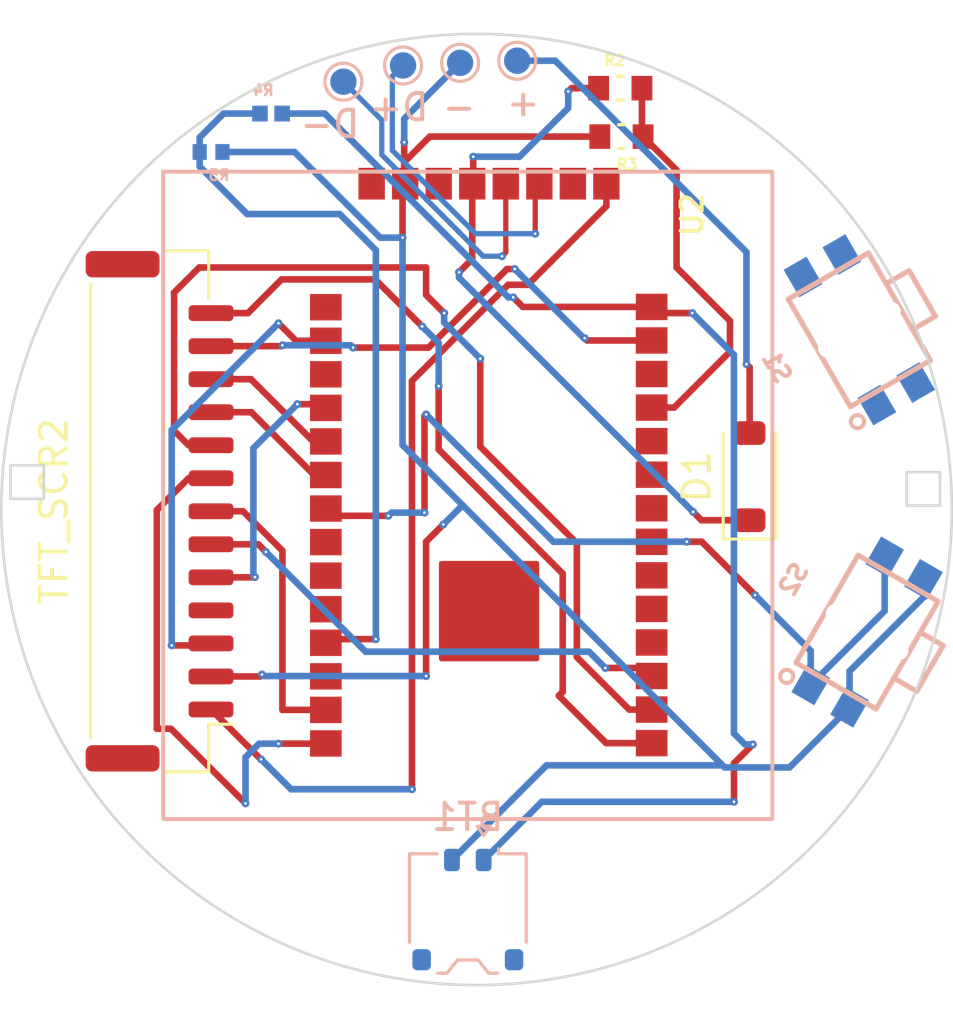
<source format=kicad_pcb>
(kicad_pcb (version 20221018) (generator pcbnew)
  (layers (0 "F.Cu" signal) (31 "B.Cu" signal) (34 "B.Paste" user) (35 "F.Paste" user) (36 "B.SilkS" user "B.Silkscreen") (37 "F.SilkS" user "F.Silkscreen") (38 "B.Mask" user) (39 "F.Mask" user) (44 "Edge.Cuts" user))
  (net 0 "")
  (net 1 "GND")
  (net 2 "VBAT")
  (net 3 "Net-(D1-A)")
  (net 4 "RESET")
  (net 5 "+5V")
  (net 6 "D+")
  (net 7 "D-")
  (net 8 "+3V3")
  (net 9 "IO0")
  (net 10 "IO5")
  (net 11 "IO21")
  (net 12 "IO9")
  (net 13 "IO8")
  (net 14 "IO6")
  (net 15 "IO4")
  (net 16 "IO3")
  (net 17 "IO17")
  (net 31 "IO1")
  (net 33 "IO7")
  (net 34 "IO34")
  (net 35 "IO35")
  (net 36 "IO37")
  (net 37 "STAT")
  (footprint "RT0603BRD0750KL:RESC1608X55N" (layer "F.Cu") (at 137.72071 78.033949)
    (fp_text reference "R2" (at -0.21 -1.05) (layer "F.SilkS") (effects (font (size 0.393701 0.393701))))
    (fp_text value "50k")
    (fp_line (start -0.11 -0.45) (end 0.11 -0.45) (stroke (width 0.127)) (layer "F.SilkS"))
    (fp_line (start -0.11 0.45) (end 0.11 0.45) (stroke (width 0.127)) (layer "F.SilkS"))
    (pad "1" smd rect (at -0.82 0) (size 0.79 0.93) (layers "F.Cu" "F.Paste" "F.Mask") (net 5 "+5V"))
    (pad "2" smd rect (at 0.82 0) (size 0.79 0.93) (layers "F.Cu" "F.Paste" "F.Mask") (net 17 "IO17"))
  )
  (footprint "Connector_JST:JST_GH_BM13B-GHS-TBT_1x13-1MP_P1.25mm_Vertical" (layer "F.Cu") (at 120.270859 94.047977 90)
    (fp_text reference "TFT_SCR2" (at 0 -4 90) (layer "F.SilkS"))
    (fp_text value "GH_CONNECTOR")
    (fp_line (start -9.86 0.26) (end -9.86 1.86) (stroke (width 0.12)) (layer "F.SilkS"))
    (fp_line (start -9.86 1.86) (end -8.06 1.86) (stroke (width 0.12)) (layer "F.SilkS"))
    (fp_line (start -8.59 -2.61) (end 8.59 -2.61) (stroke (width 0.12)) (layer "F.SilkS"))
    (fp_line (start -8.06 1.86) (end -8.06 2.8) (stroke (width 0.12)) (layer "F.SilkS"))
    (fp_line (start 9.86 0.26) (end 9.86 1.86) (stroke (width 0.12)) (layer "F.SilkS"))
    (fp_line (start 9.86 1.86) (end 8.06 1.86) (stroke (width 0.12)) (layer "F.SilkS"))
    (pad "1" smd roundrect (at -7.5 1.95 90) (size 0.6 1.7) (layers "F.Cu" "F.Paste" "F.Mask") (net 8 "+3V3"))
    (pad "2" smd roundrect (at -6.25 1.95 90) (size 0.6 1.7) (layers "F.Cu" "F.Paste" "F.Mask") (net 1 "GND"))
    (pad "3" smd roundrect (at -5 1.95 90) (size 0.6 1.7) (layers "F.Cu" "F.Paste" "F.Mask") (net 36 "IO37"))
    (pad "4" smd roundrect (at -3.75 1.95 90) (size 0.6 1.7) (layers "F.Cu" "F.Paste" "F.Mask") (net 35 "IO35"))
    (pad "5" smd roundrect (at -2.5 1.95 90) (size 0.6 1.7) (layers "F.Cu" "F.Paste" "F.Mask") (net 34 "IO34"))
    (pad "6" smd roundrect (at -1.25 1.95 90) (size 0.6 1.7) (layers "F.Cu" "F.Paste" "F.Mask") (net 33 "IO7"))
    (pad "7" smd roundrect (at 0 1.95 90) (size 0.6 1.7) (layers "F.Cu" "F.Paste" "F.Mask") (net 16 "IO3"))
    (pad "8" smd roundrect (at 1.25 1.95 90) (size 0.6 1.7) (layers "F.Cu" "F.Paste" "F.Mask") (net 15 "IO4"))
    (pad "9" smd roundrect (at 2.5 1.95 90) (size 0.6 1.7) (layers "F.Cu" "F.Paste" "F.Mask") (net 14 "IO6"))
    (pad "10" smd roundrect (at 3.75 1.95 90) (size 0.6 1.7) (layers "F.Cu" "F.Paste" "F.Mask") (net 13 "IO8"))
    (pad "11" smd roundrect (at 5 1.95 90) (size 0.6 1.7) (layers "F.Cu" "F.Paste" "F.Mask") (net 12 "IO9"))
    (pad "12" smd roundrect (at 6.25 1.95 90) (size 0.6 1.7) (layers "F.Cu" "F.Paste" "F.Mask") (net 11 "IO21"))
    (pad "13" smd roundrect (at 7.5 1.95 90) (size 0.6 1.7) (layers "F.Cu" "F.Paste" "F.Mask") (net 10 "IO5"))
    (pad "MP" smd roundrect (at -9.35 -1.4 90) (size 1 2.8) (layers "F.Cu" "F.Paste" "F.Mask"))
    (pad "MP" smd roundrect (at 9.35 -1.4 90) (size 1 2.8) (layers "F.Cu" "F.Paste" "F.Mask"))
  )
  (footprint "RT0603BRD0750KL:RESC1608X55N" (layer "F.Cu") (at 137.764366 79.867494 180)
    (fp_text reference "R3" (at -0.21 -1.05) (layer "F.SilkS") (effects (font (size 0.393701 0.393701))))
    (fp_text value "50k")
    (fp_line (start -0.11 -0.45) (end 0.11 -0.45) (stroke (width 0.127)) (layer "F.SilkS"))
    (fp_line (start -0.11 0.45) (end 0.11 0.45) (stroke (width 0.127)) (layer "F.SilkS"))
    (pad "1" smd rect (at -0.82 0 180) (size 0.79 0.93) (layers "F.Cu" "F.Paste" "F.Mask") (net 17 "IO17"))
    (pad "2" smd rect (at 0.82 0 180) (size 0.79 0.93) (layers "F.Cu" "F.Paste" "F.Mask") (net 1 "GND"))
  )
  (footprint "NanoS3:NanoS3" (layer "F.Cu") (at 126.468877 81.548729 -90)
    (fp_text reference "U2" (at 1.27 -13.97 90) (layer "F.SilkS") (effects (font (size 0.8 0.8) (thickness 0.153))))
    (fp_text value "NanoS3")
    (pad "1" smd rect (at 0.1 -1.835 270) (size 1.2 1) (layers "F.Cu" "F.Paste" "F.Mask") (net 37 "STAT"))
    (pad "2" smd rect (at 0.1 -3.105 270) (size 1.2 1) (layers "F.Cu" "F.Paste" "F.Mask") (net 1 "GND"))
    (pad "3" smd rect (at 0.1 -4.375 270) (size 1.2 1) (layers "F.Cu" "F.Paste" "F.Mask") (net 4 "RESET"))
    (pad "4" smd rect (at 0.1 -5.645 270) (size 1.2 1) (layers "F.Cu" "F.Paste" "F.Mask") (net 5 "+5V"))
    (pad "5" smd rect (at 0.1 -6.915 270) (size 1.2 1) (layers "F.Cu" "F.Paste" "F.Mask") (net 7 "D-"))
    (pad "6" smd rect (at 0.1 -8.185 270) (size 1.2 1) (layers "F.Cu" "F.Paste" "F.Mask") (net 6 "D+"))
    (pad "7" smd rect (at 0.1 -9.455 270) (size 1.2 1) (layers "F.Cu" "F.Paste" "F.Mask"))
    (pad "8" smd rect (at 0.1 -10.725 270) (size 1.2 1) (layers "F.Cu" "F.Paste" "F.Mask") (net 8 "+3V3"))
    (pad "9" smd rect (at 4.7639 -12.44 270) (size 1 1.2) (layers "F.Cu" "F.Paste" "F.Mask") (net 2 "VBAT"))
    (pad "10" smd rect (at 6.0339 -12.44 270) (size 1 1.2) (layers "F.Cu" "F.Paste" "F.Mask") (net 11 "IO21"))
    (pad "11" smd rect (at 7.3039 -12.44 270) (size 1 1.2) (layers "F.Cu" "F.Paste" "F.Mask"))
    (pad "12" smd rect (at 8.5739 -12.44 270) (size 1 1.2) (layers "F.Cu" "F.Paste" "F.Mask") (net 17 "IO17"))
    (pad "13" smd rect (at 9.8439 -12.44 270) (size 1 1.2) (layers "F.Cu" "F.Paste" "F.Mask"))
    (pad "14" smd rect (at 11.1139 -12.44 270) (size 1 1.2) (layers "F.Cu" "F.Paste" "F.Mask"))
    (pad "15" smd rect (at 12.3839 -12.44 270) (size 1 1.2) (layers "F.Cu" "F.Paste" "F.Mask"))
    (pad "16" smd rect (at 13.6539 -12.44 270) (size 1 1.2) (layers "F.Cu" "F.Paste" "F.Mask"))
    (pad "17" smd rect (at 14.9239 -12.44 270) (size 1 1.2) (layers "F.Cu" "F.Paste" "F.Mask"))
    (pad "18" smd rect (at 16.1939 -12.44 270) (size 1 1.2) (layers "F.Cu" "F.Paste" "F.Mask"))
    (pad "19" smd rect (at 17.4639 -12.44 270) (size 1 1.2) (layers "F.Cu" "F.Paste" "F.Mask"))
    (pad "20" smd rect (at 18.7339 -12.44 270) (size 1 1.2) (layers "F.Cu" "F.Paste" "F.Mask") (net 33 "IO7"))
    (pad "21" smd rect (at 20.0039 -12.44 270) (size 1 1.2) (layers "F.Cu" "F.Paste" "F.Mask") (net 14 "IO6"))
    (pad "22" smd rect (at 21.2739 -12.44 270) (size 1 1.2) (layers "F.Cu" "F.Paste" "F.Mask") (net 10 "IO5"))
    (pad "23" smd rect (at 4.7752 -0.1 270) (size 1 1.2) (layers "F.Cu" "F.Paste" "F.Mask") (net 35 "IO35"))
    (pad "24" smd rect (at 6.0452 -0.1 270) (size 1 1.2) (layers "F.Cu" "F.Paste" "F.Mask") (net 36 "IO37"))
    (pad "25" smd rect (at 7.3152 -0.1 270) (size 1 1.2) (layers "F.Cu" "F.Paste" "F.Mask"))
    (pad "26" smd rect (at 8.5852 -0.1 270) (size 1 1.2) (layers "F.Cu" "F.Paste" "F.Mask") (net 34 "IO34"))
    (pad "27" smd rect (at 9.8552 -0.1 270) (size 1 1.2) (layers "F.Cu" "F.Paste" "F.Mask") (net 12 "IO9"))
    (pad "28" smd rect (at 11.1252 -0.1 270) (size 1 1.2) (layers "F.Cu" "F.Paste" "F.Mask") (net 13 "IO8"))
    (pad "29" smd rect (at 12.3952 -0.1 270) (size 1 1.2) (layers "F.Cu" "F.Paste" "F.Mask") (net 9 "IO0"))
    (pad "30" smd rect (at 13.6652 -0.1 270) (size 1 1.2) (layers "F.Cu" "F.Paste" "F.Mask"))
    (pad "31" smd rect (at 14.9352 -0.1 270) (size 1 1.2) (layers "F.Cu" "F.Paste" "F.Mask"))
    (pad "32" smd rect (at 16.2052 -0.1 270) (size 1 1.2) (layers "F.Cu" "F.Paste" "F.Mask"))
    (pad "33" smd rect (at 17.4752 -0.1 270) (size 1 1.2) (layers "F.Cu" "F.Paste" "F.Mask") (net 31 "IO1"))
    (pad "34" smd rect (at 18.7452 -0.1 270) (size 1 1.2) (layers "F.Cu" "F.Paste" "F.Mask"))
    (pad "35" smd rect (at 20.0152 -0.1 270) (size 1 1.2) (layers "F.Cu" "F.Paste" "F.Mask") (net 16 "IO3"))
    (pad "36" smd rect (at 21.2852 -0.1 270) (size 1 1.2) (layers "F.Cu" "F.Paste" "F.Mask") (net 15 "IO4"))
    (pad "EXP" smd roundrect (at 16.277409 -6.282682 90) (size 3.8 3.8) (layers "F.Cu" "F.Mask") (roundrect_rratio 0.025))
  )
  (footprint "Diode_SMD:D_SOD-123" (layer "F.Cu") (at 142.619621 92.737038 90)
    (fp_text reference "D1" (at 0 -2 90) (layer "F.SilkS"))
    (fp_text value "MBR0530-TP")
    (fp_line (start -2.36 -1) (end -2.36 1) (stroke (width 0.12)) (layer "F.SilkS"))
    (fp_line (start -2.36 -1) (end 1.65 -1) (stroke (width 0.12)) (layer "F.SilkS"))
    (fp_line (start -2.36 1) (end 1.65 1) (stroke (width 0.12)) (layer "F.SilkS"))
    (pad "1" smd roundrect (at -1.65 0 90) (size 0.9 1.2) (layers "F.Cu" "F.Paste" "F.Mask") (net 5 "+5V"))
    (pad "2" smd roundrect (at 1.65 0 90) (size 0.9 1.2) (layers "F.Cu" "F.Paste" "F.Mask") (net 3 "Net-(D1-A)"))
  )
  (footprint "TestPoint:TestPoint_Pad_D1.0mm" (layer "B.Cu") (at 129.493571 77.173994 180)
    (fp_text reference "D+" (at 0.158601 -1.586009) (layer "B.SilkS") (effects (justify mirror)))
    (fp_text value "TestPoint" hide)
    (fp_circle (center 0 0) (end 0 -0.7) (stroke (width 0.12)) (fill none) (layer "B.SilkS"))
    (pad "1" smd circle (at 0 0 180) (size 1 1) (layers "B.Cu" "B.Mask") (net 6 "D+"))
  )
  (footprint "RC0402FR-07160KL:RESC1005X40N" (layer "B.Cu") (at 122.222362 80.449571)
    (fp_text reference "R5" (at 0.3 0.88) (layer "B.SilkS") (effects (font (size 0.393701 0.393701)) (justify mirror)))
    (fp_text value "160k")
    (pad "1" smd rect (at -0.432 0) (size 0.54 0.6) (layers "B.Cu" "B.Paste" "B.Mask") (net 31 "IO1"))
    (pad "2" smd rect (at 0.432 0) (size 0.54 0.6) (layers "B.Cu" "B.Paste" "B.Mask") (net 1 "GND"))
  )
  (footprint "TL1014BF160QG:TL1014BF160QG" (layer "B.Cu") (at 147.270276 87.036242 -60)
    (fp_text reference "S1" (at -0.468 3.9064 120) (layer "B.SilkS") (effects (font (size 0.64 0.64)) (justify mirror)))
    (fp_text value "TL1014BF160QG")
    (fp_line (start -2.475 -1.25) (end -2.475 2.25) (stroke (width 0.2)) (layer "B.SilkS"))
    (fp_line (start -2.475 2.25) (end 2.225 2.25) (stroke (width 0.2)) (layer "B.SilkS"))
    (fp_line (start -1.125 -2.25) (end 0.875 -2.25) (stroke (width 0.2)) (layer "B.SilkS"))
    (fp_line (start -1.125 -1.25) (end -1.125 -2.25) (stroke (width 0.2)) (layer "B.SilkS"))
    (fp_line (start 0.875 -2.25) (end 0.875 -1.25) (stroke (width 0.2)) (layer "B.SilkS"))
    (fp_line (start 2.225 -1.25) (end -2.475 -1.25) (stroke (width 0.2)) (layer "B.SilkS"))
    (fp_line (start 2.225 2.25) (end 2.225 -1.25) (stroke (width 0.2)) (layer "B.SilkS"))
    (fp_circle (center 2.85 2.3) (end 3.1 2.3) (stroke (width 0.1524)) (fill none) (layer "B.SilkS"))
    (pad "" np_thru_hole circle (at -0.125 -0.875 300) (size 0.75 0.75) (drill 0.75) (layers "*.Cu" "*.Mask"))
    (pad "" np_thru_hole circle (at -0.125 1.875 300) (size 0.75 0.75) (drill 0.75) (layers "*.Cu" "*.Mask"))
    (pad "1" smd rect (at 2.675 1.35 300) (size 1.2 1) (layers "B.Cu" "B.Paste" "B.Mask") (net 1 "GND"))
    (pad "2" smd rect (at 2.675 -0.35 300) (size 1.2 1) (layers "B.Cu" "B.Paste" "B.Mask") (net 4 "RESET"))
    (pad "3" smd rect (at -2.925 1.35 300) (size 1.2 1) (layers "B.Cu" "B.Paste" "B.Mask") (net 1 "GND"))
    (pad "4" smd rect (at -2.925 -0.35 300) (size 1.2 1) (layers "B.Cu" "B.Paste" "B.Mask") (net 4 "RESET"))
  )
  (footprint "Connector_JST:JST_ACH_BM02B-ACHSS-GAN-ETF_1x02-1MP_P1.20mm_Vertical" (layer "B.Cu") (at 131.946496 109.119494 180)
    (fp_text reference "BT1" (at 0 3.5) (layer "B.SilkS") (effects (justify mirror)))
    (fp_text value "Battery")
    (fp_line (start -2.21 -1.24) (end -2.21 2.11) (stroke (width 0.12)) (layer "B.SilkS"))
    (fp_line (start -2.21 2.11) (end -1.16 2.11) (stroke (width 0.12)) (layer "B.SilkS"))
    (fp_line (start -1.16 2.11) (end -1.16 2.3) (stroke (width 0.12)) (layer "B.SilkS"))
    (fp_line (start -1.14 -2.41) (end -0.79 -2.41) (stroke (width 0.12)) (layer "B.SilkS"))
    (fp_line (start -0.85 3.153553) (end -0.6 2.8) (stroke (width 0.12)) (layer "B.SilkS"))
    (fp_line (start -0.79 -2.41) (end -0.39 -1.91) (stroke (width 0.12)) (layer "B.SilkS"))
    (fp_line (start -0.6 2.8) (end -0.35 3.153553) (stroke (width 0.12)) (layer "B.SilkS"))
    (fp_line (start -0.39 -1.91) (end 0.39 -1.91) (stroke (width 0.12)) (layer "B.SilkS"))
    (fp_line (start -0.35 3.153553) (end -0.85 3.153553) (stroke (width 0.12)) (layer "B.SilkS"))
    (fp_line (start 0.39 -1.91) (end 0.79 -2.41) (stroke (width 0.12)) (layer "B.SilkS"))
    (fp_line (start 0.79 -2.41) (end 1.14 -2.41) (stroke (width 0.12)) (layer "B.SilkS"))
    (fp_line (start 2.21 -1.24) (end 2.21 2.11) (stroke (width 0.12)) (layer "B.SilkS"))
    (fp_line (start 2.21 2.11) (end 1.16 2.11) (stroke (width 0.12)) (layer "B.SilkS"))
    (pad "1" smd roundrect (at -0.6 1.875 180) (size 0.6 0.85) (layers "B.Cu" "B.Paste" "B.Mask") (net 2 "VBAT"))
    (pad "2" smd roundrect (at 0.6 1.875 180) (size 0.6 0.85) (layers "B.Cu" "B.Paste" "B.Mask") (net 1 "GND"))
    (pad "MP" smd roundrect (at -1.75 -1.9 180) (size 0.7 0.8) (layers "B.Cu" "B.Paste" "B.Mask"))
    (pad "MP" smd roundrect (at 1.75 -1.9 180) (size 0.7 0.8) (layers "B.Cu" "B.Paste" "B.Mask"))
  )
  (footprint "TestPoint:TestPoint_Pad_D1.0mm" (layer "B.Cu") (at 131.654509 77.074868 180)
    (fp_text reference "-" (at 0.03965 -1.66531) (layer "B.SilkS") (effects (justify mirror)))
    (fp_text value "TestPoint" hide)
    (fp_circle (center 0 0) (end 0 -0.7) (stroke (width 0.12)) (fill none) (layer "B.SilkS"))
    (pad "1" smd circle (at 0 0 180) (size 1 1) (layers "B.Cu" "B.Mask") (net 1 "GND"))
  )
  (footprint "RMCF0402FT442K:RESC1005X35N" (layer "B.Cu") (at 124.493584 78.994377 180)
    (fp_text reference "R4" (at 0.29 0.88) (layer "B.SilkS") (effects (font (size 0.393701 0.393701)) (justify mirror)))
    (fp_text value "442k")
    (pad "1" smd rect (at -0.42 0 180) (size 0.59 0.6) (layers "B.Cu" "B.Paste" "B.Mask") (net 2 "VBAT"))
    (pad "2" smd rect (at 0.42 0 180) (size 0.59 0.6) (layers "B.Cu" "B.Paste" "B.Mask") (net 31 "IO1"))
  )
  (footprint "TestPoint:TestPoint_Pad_D1.0mm" (layer "B.Cu") (at 133.815447 76.995568 180)
    (fp_text reference "+" (at -0.227989 -1.58601) (layer "B.SilkS") (effects (justify mirror)))
    (fp_text value "TestPoint" hide)
    (fp_circle (center 0 0) (end 0 -0.7) (stroke (width 0.12)) (fill none) (layer "B.SilkS"))
    (pad "1" smd circle (at 0 0 180) (size 1 1) (layers "B.Cu" "B.Mask") (net 3 "Net-(D1-A)"))
  )
  (footprint "TestPoint:TestPoint_Pad_D1.0mm" (layer "B.Cu") (at 127.233508 77.788573 180)
    (fp_text reference "D-" (at 0.515453 -1.605834) (layer "B.SilkS") (effects (justify mirror)))
    (fp_text value "TestPoint" hide)
    (fp_circle (center 0 0) (end 0 -0.7) (stroke (width 0.12)) (fill none) (layer "B.SilkS"))
    (pad "1" smd circle (at 0 0 180) (size 1 1) (layers "B.Cu" "B.Mask") (net 7 "D-"))
  )
  (footprint "TL1014BF160QG:TL1014BF160QG" (layer "B.Cu") (at 147.438812 98.978012 -120)
    (fp_text reference "S2" (at -0.468 3.9064 60) (layer "B.SilkS") (effects (font (size 0.64 0.64)) (justify mirror)))
    (fp_text value "TL1014BF160QG")
    (fp_line (start -2.475 -1.25) (end -2.475 2.25) (stroke (width 0.2)) (layer "B.SilkS"))
    (fp_line (start -2.475 2.25) (end 2.225 2.25) (stroke (width 0.2)) (layer "B.SilkS"))
    (fp_line (start -1.125 -2.25) (end 0.875 -2.25) (stroke (width 0.2)) (layer "B.SilkS"))
    (fp_line (start -1.125 -1.25) (end -1.125 -2.25) (stroke (width 0.2)) (layer "B.SilkS"))
    (fp_line (start 0.875 -2.25) (end 0.875 -1.25) (stroke (width 0.2)) (layer "B.SilkS"))
    (fp_line (start 2.225 -1.25) (end -2.475 -1.25) (stroke (width 0.2)) (layer "B.SilkS"))
    (fp_line (start 2.225 2.25) (end 2.225 -1.25) (stroke (width 0.2)) (layer "B.SilkS"))
    (fp_circle (center 2.85 2.3) (end 3.1 2.3) (stroke (width 0.1524)) (fill none) (layer "B.SilkS"))
    (pad "" np_thru_hole circle (at -0.125 -0.875 240) (size 0.75 0.75) (drill 0.75) (layers "*.Cu" "*.Mask"))
    (pad "" np_thru_hole circle (at -0.125 1.875 240) (size 0.75 0.75) (drill 0.75) (layers "*.Cu" "*.Mask"))
    (pad "1" smd rect (at 2.675 1.35 240) (size 1.2 1) (layers "B.Cu" "B.Paste" "B.Mask") (net 9 "IO0"))
    (pad "2" smd rect (at 2.675 -0.35 240) (size 1.2 1) (layers "B.Cu" "B.Paste" "B.Mask") (net 1 "GND"))
    (pad "3" smd rect (at -2.925 1.35 240) (size 1.2 1) (layers "B.Cu" "B.Paste" "B.Mask") (net 9 "IO0"))
    (pad "4" smd rect (at -2.925 -0.35 240) (size 1.2 1) (layers "B.Cu" "B.Paste" "B.Mask") (net 1 "GND"))
  )
  (gr_rect (start 120.409122 81.194528) (end 143.480191 105.694528) (stroke (width 0.15)) (fill none) (layer "B.SilkS"))
  (gr_rect (start 114.623467 92.309011) (end 115.888074 93.573618) (stroke (width 0.1)) (fill none) (layer "Edge.Cuts"))
  (gr_rect (start 148.566272 92.565598) (end 149.830879 93.830205) (stroke (width 0.1)) (fill none) (layer "Edge.Cuts"))
  (gr_circle (center 132.27802 93.98) (end 150.27802 93.98) (stroke (width 0.1)) (fill none) (layer "Edge.Cuts"))
  (segment (start 130.365876 95.199051) (end 131.020105 94.544822) (width 0.25) (layer "F.Cu") (net 1))
  (segment (start 130.365876 100.284193) (end 130.365876 95.199051) (width 0.25) (layer "F.Cu") (net 1))
  (segment (start 136.944366 79.867494) (end 130.505112 79.867494) (width 0.25) (layer "F.Cu") (net 1))
  (segment (start 124.077443 100.297977) (end 124.150702 100.224718) (width 0.25) (layer "F.Cu") (net 1))
  (segment (start 130.505112 79.867494) (end 129.573877 80.798729) (width 0.25) (layer "F.Cu") (net 1))
  (segment (start 129.537428 81.61228) (end 129.573877 81.648729) (width 0.25) (layer "F.Cu") (net 1))
  (segment (start 129.473746 81.74886) (end 129.573877 81.648729) (width 0.25) (layer "F.Cu") (net 1))
  (segment (start 129.473746 83.690571) (end 129.473746 81.74886) (width 0.25) (layer "F.Cu") (net 1))
  (segment (start 129.537428 80.081791) (end 129.537428 81.61228) (width 0.25) (layer "F.Cu") (net 1))
  (segment (start 122.220859 100.297977) (end 124.077443 100.297977) (width 0.25) (layer "F.Cu") (net 1))
  (segment (start 129.573877 80.798729) (end 129.573877 81.648729) (width 0.25) (layer "F.Cu") (net 1))
  (via micro (at 129.537428 80.081791) (size 0.3) (drill 0.1) (layers "F.Cu" "B.Cu") (net 1))
  (via micro (at 124.150702 100.224718) (size 0.3) (drill 0.1) (layers "F.Cu" "B.Cu") (net 1))
  (via micro (at 131.020105 94.544822) (size 0.3) (drill 0.1) (layers "F.Cu" "B.Cu") (net 1))
  (via micro (at 130.365876 100.284193) (size 0.3) (drill 0.1) (layers "F.Cu" "B.Cu") (net 1))
  (via micro (at 129.473746 83.690571) (size 0.3) (drill 0.1) (layers "F.Cu" "B.Cu") (net 1))
  (segment (start 122.654362 80.449571) (end 125.382258 80.449571) (width 0.25) (layer "B.Cu") (net 1))
  (segment (start 144.132478 103.741573) (end 141.673233 103.741573) (width 0.25) (layer "B.Cu") (net 1))
  (segment (start 141.593477 103.661817) (end 141.362112 103.430452) (width 0.25) (layer "B.Cu") (net 1))
  (segment (start 134.929173 103.661817) (end 141.593477 103.661817) (width 0.25) (layer "B.Cu") (net 1))
  (segment (start 131.733425 93.831502) (end 131.763163 93.831502) (width 0.25) (layer "B.Cu") (net 1))
  (segment (start 125.382258 80.449571) (end 128.623258 83.690571) (width 0.25) (layer "B.Cu") (net 1))
  (segment (start 129.473746 91.542086) (end 129.473746 83.690571) (width 0.25) (layer "B.Cu") (net 1))
  (segment (start 131.020105 94.544822) (end 131.733425 93.831502) (width 0.25) (layer "B.Cu") (net 1))
  (segment (start 124.150702 100.224718) (end 124.210177 100.284193) (width 0.25) (layer "B.Cu") (net 1))
  (segment (start 131.346496 107.244494) (end 134.929173 103.661817) (width 0.25) (layer "B.Cu") (net 1))
  (segment (start 131.654509 77.074868) (end 129.537428 79.191949) (width 0.25) (layer "B.Cu") (net 1))
  (segment (start 146.404421 101.46963) (end 144.132478 103.741573) (width 0.25) (layer "B.Cu") (net 1))
  (segment (start 124.210177 100.284193) (end 130.365876 100.284193) (width 0.25) (layer "B.Cu") (net 1))
  (segment (start 141.673233 103.741573) (end 141.593477 103.661817) (width 0.25) (layer "B.Cu") (net 1))
  (segment (start 131.763163 93.831502) (end 129.473746 91.542086) (width 0.25) (layer "B.Cu") (net 1))
  (segment (start 129.537428 79.191949) (end 129.537428 80.081791) (width 0.25) (layer "B.Cu") (net 1))
  (segment (start 146.404421 100.101262) (end 146.404421 101.46963) (width 0.25) (layer "B.Cu") (net 1))
  (segment (start 149.204421 97.301262) (end 146.404421 100.101262) (width 0.25) (layer "B.Cu") (net 1))
  (segment (start 141.362112 103.430452) (end 131.763163 93.831502) (width 0.25) (layer "B.Cu") (net 1))
  (segment (start 128.623258 83.690571) (end 129.473746 83.690571) (width 0.25) (layer "B.Cu") (net 1))
  (segment (start 149.204421 96.619888) (end 149.204421 97.301262) (width 0.25) (layer "B.Cu") (net 1))
  (segment (start 134.028753 86.312629) (end 138.908877 86.312629) (width 0.25) (layer "F.Cu") (net 2))
  (segment (start 133.666758 85.950634) (end 134.028753 86.312629) (width 0.25) (layer "F.Cu") (net 2))
  (segment (start 142.027071 105.042221) (end 142.027071 103.585075) (width 0.25) (layer "F.Cu") (net 2))
  (segment (start 142.027071 103.585075) (end 142.740775 102.871371) (width 0.25) (layer "F.Cu") (net 2))
  (segment (start 139.141636 86.545388) (end 138.908877 86.312629) (width 0.25) (layer "F.Cu") (net 2))
  (segment (start 140.446948 86.545388) (end 139.141636 86.545388) (width 0.25) (layer "F.Cu") (net 2))
  (via micro (at 133.666758 85.950634) (size 0.3) (drill 0.1) (layers "F.Cu" "B.Cu") (net 2))
  (via micro (at 142.740775 102.871371) (size 0.3) (drill 0.1) (layers "F.Cu" "B.Cu") (net 2))
  (via micro (at 140.446948 86.545388) (size 0.3) (drill 0.1) (layers "F.Cu" "B.Cu") (net 2))
  (via micro (at 142.027071 105.042221) (size 0.3) (drill 0.1) (layers "F.Cu" "B.Cu") (net 2))
  (segment (start 134.748769 105.042221) (end 142.027071 105.042221) (width 0.25) (layer "B.Cu") (net 2))
  (segment (start 142.023847 102.452957) (end 142.023847 88.122287) (width 0.25) (layer "B.Cu") (net 2))
  (segment (start 124.913584 78.994377) (end 126.525119 78.994377) (width 0.25) (layer "B.Cu") (net 2))
  (segment (start 132.546496 107.244494) (end 134.748769 105.042221) (width 0.25) (layer "B.Cu") (net 2))
  (segment (start 133.481376 85.950634) (end 133.666758 85.950634) (width 0.25) (layer "B.Cu") (net 2))
  (segment (start 126.525119 78.994377) (end 133.481376 85.950634) (width 0.25) (layer "B.Cu") (net 2))
  (segment (start 142.740775 102.871371) (end 142.442261 102.871371) (width 0.25) (layer "B.Cu") (net 2))
  (segment (start 142.442261 102.871371) (end 142.023847 102.452957) (width 0.25) (layer "B.Cu") (net 2))
  (segment (start 142.023847 88.122287) (end 140.446948 86.545388) (width 0.25) (layer "B.Cu") (net 2))
  (segment (start 142.498847 88.478336) (end 142.619621 88.59911) (width 0.25) (layer "F.Cu") (net 3))
  (segment (start 142.619621 88.59911) (end 142.619621 91.087038) (width 0.25) (layer "F.Cu") (net 3))
  (via micro (at 142.498847 88.478336) (size 0.3) (drill 0.1) (layers "F.Cu" "B.Cu") (net 3))
  (segment (start 135.273595 77.012811) (end 135.279341 77.018558) (width 0.25) (layer "B.Cu") (net 3))
  (segment (start 135.279341 77.018558) (end 142.498847 84.238063) (width 0.25) (layer "B.Cu") (net 3))
  (segment (start 133.815447 76.995568) (end 135.256351 76.995568) (width 0.25) (layer "B.Cu") (net 3))
  (segment (start 142.498847 84.238063) (end 142.498847 88.478336) (width 0.25) (layer "B.Cu") (net 3))
  (segment (start 135.256351 76.995568) (end 135.279341 77.018558) (width 0.25) (layer "B.Cu") (net 3))
  (segment (start 136.90071 78.033949) (end 135.873809 78.033949) (width 0.25) (layer "F.Cu") (net 5))
  (segment (start 131.614859 84.999029) (end 132.113877 84.500011) (width 0.25) (layer "F.Cu") (net 5))
  (segment (start 140.794705 94.387038) (end 140.476686 94.069019) (width 0.25) (layer "F.Cu") (net 5))
  (segment (start 132.150137 80.62759) (end 132.150137 81.612469) (width 0.25) (layer "F.Cu") (net 5))
  (segment (start 135.873809 78.033949) (end 135.748395 78.159363) (width 0.25) (layer "F.Cu") (net 5))
  (segment (start 132.113877 84.500011) (end 132.113877 81.648729) (width 0.25) (layer "F.Cu") (net 5))
  (segment (start 142.619621 94.387038) (end 140.794705 94.387038) (width 0.25) (layer "F.Cu") (net 5))
  (segment (start 132.150137 81.612469) (end 132.113877 81.648729) (width 0.25) (layer "F.Cu") (net 5))
  (via micro (at 132.150137 80.62759) (size 0.3) (drill 0.1) (layers "F.Cu" "B.Cu") (net 5))
  (via micro (at 131.614859 84.999029) (size 0.3) (drill 0.1) (layers "F.Cu" "B.Cu") (net 5))
  (via micro (at 140.476686 94.069019) (size 0.3) (drill 0.1) (layers "F.Cu" "B.Cu") (net 5))
  (via micro (at 135.748395 78.159363) (size 0.3) (drill 0.1) (layers "F.Cu" "B.Cu") (net 5))
  (segment (start 140.476686 94.069019) (end 131.614859 85.207192) (width 0.25) (layer "B.Cu") (net 5))
  (segment (start 135.748395 78.159363) (end 135.748395 78.783855) (width 0.25) (layer "B.Cu") (net 5))
  (segment (start 131.614859 85.207192) (end 131.614859 84.999029) (width 0.25) (layer "B.Cu") (net 5))
  (segment (start 135.748395 78.783855) (end 133.934397 80.597853) (width 0.25) (layer "B.Cu") (net 5))
  (segment (start 133.90466 80.62759) (end 132.150137 80.62759) (width 0.25) (layer "B.Cu") (net 5))
  (segment (start 133.934397 80.597853) (end 133.90466 80.62759) (width 0.25) (layer "B.Cu") (net 5))
  (segment (start 134.499413 81.803193) (end 134.653877 81.648729) (width 0.2) (layer "F.Cu") (net 6))
  (segment (start 134.499413 83.541882) (end 134.499413 81.803193) (width 0.2) (layer "F.Cu") (net 6))
  (via micro (at 134.499413 83.541882) (size 0.3) (drill 0.1) (layers "F.Cu" "B.Cu") (net 6))
  (segment (start 129.493571 77.173994) (end 129.087428 77.580137) (width 0.2) (layer "B.Cu") (net 6))
  (segment (start 129.087428 80.38996) (end 132.23935 83.541882) (width 0.2) (layer "B.Cu") (net 6))
  (segment (start 132.23935 83.541882) (end 134.499413 83.541882) (width 0.2) (layer "B.Cu") (net 6))
  (segment (start 129.087428 77.580137) (end 129.087428 80.38996) (width 0.2) (layer "B.Cu") (net 6))
  (segment (start 133.383877 84.251003) (end 133.383877 81.648729) (width 0.2) (layer "F.Cu") (net 7))
  (segment (start 133.240518 84.394362) (end 133.383877 84.251003) (width 0.2) (layer "F.Cu") (net 7))
  (via micro (at 133.240518 84.394362) (size 0.3) (drill 0.1) (layers "F.Cu" "B.Cu") (net 7))
  (segment (start 128.687428 79.242493) (end 128.687428 80.555646) (width 0.2) (layer "B.Cu") (net 7))
  (segment (start 127.233508 77.788573) (end 128.687428 79.242493) (width 0.2) (layer "B.Cu") (net 7))
  (segment (start 132.526144 84.394362) (end 133.240518 84.394362) (width 0.2) (layer "B.Cu") (net 7))
  (segment (start 128.687428 80.555646) (end 132.526144 84.394362) (width 0.2) (layer "B.Cu") (net 7))
  (segment (start 134.216972 85.475634) (end 133.470006 85.475634) (width 0.25) (layer "F.Cu") (net 8))
  (segment (start 137.193877 82.498729) (end 134.216972 85.475634) (width 0.25) (layer "F.Cu") (net 8))
  (segment (start 124.109269 103.436387) (end 122.220859 101.547977) (width 0.25) (layer "F.Cu") (net 8))
  (segment (start 133.470006 85.475634) (end 129.830598 89.115042) (width 0.25) (layer "F.Cu") (net 8))
  (segment (start 124.120965 103.436387) (end 124.109269 103.436387) (width 0.25) (layer "F.Cu") (net 8))
  (segment (start 137.193877 81.648729) (end 137.193877 82.498729) (width 0.25) (layer "F.Cu") (net 8))
  (segment (start 129.830598 89.115042) (end 129.830598 104.566418) (width 0.25) (layer "F.Cu") (net 8))
  (via micro (at 129.830598 104.566418) (size 0.3) (drill 0.1) (layers "F.Cu" "B.Cu") (net 8))
  (via micro (at 124.120965 103.436387) (size 0.3) (drill 0.1) (layers "F.Cu" "B.Cu") (net 8))
  (segment (start 129.830598 104.566418) (end 125.250996 104.566418) (width 0.25) (layer "B.Cu") (net 8))
  (segment (start 125.250996 104.566418) (end 124.120965 103.436387) (width 0.25) (layer "B.Cu") (net 8))
  (segment (start 140.8038 95.199051) (end 140.238784 95.199051) (width 0.25) (layer "F.Cu") (net 9))
  (segment (start 126.842656 94.217708) (end 126.568877 93.943929) (width 0.25) (layer "F.Cu") (net 9))
  (segment (start 128.938468 94.217708) (end 126.842656 94.217708) (width 0.25) (layer "F.Cu") (net 9))
  (segment (start 142.825962 97.221213) (end 140.8038 95.199051) (width 0.25) (layer "F.Cu") (net 9))
  (segment (start 130.305598 90.442629) (end 130.305598 94.098757) (width 0.25) (layer "F.Cu") (net 9))
  (segment (start 130.366679 90.381548) (end 130.305598 90.442629) (width 0.25) (layer "F.Cu") (net 9))
  (via micro (at 130.305598 94.098757) (size 0.3) (drill 0.1) (layers "F.Cu" "B.Cu") (net 9))
  (via micro (at 140.238784 95.199051) (size 0.3) (drill 0.1) (layers "F.Cu" "B.Cu") (net 9))
  (via micro (at 128.938468 94.217708) (size 0.3) (drill 0.1) (layers "F.Cu" "B.Cu") (net 9))
  (via micro (at 142.825962 97.221213) (size 0.3) (drill 0.1) (layers "F.Cu" "B.Cu") (net 9))
  (via micro (at 130.366679 90.381548) (size 0.3) (drill 0.1) (layers "F.Cu" "B.Cu") (net 9))
  (segment (start 144.932178 99.327429) (end 142.825962 97.221213) (width 0.25) (layer "B.Cu") (net 9))
  (segment (start 147.732178 97.81963) (end 144.932178 100.61963) (width 0.25) (layer "B.Cu") (net 9))
  (segment (start 144.932178 100.61963) (end 144.932178 99.327429) (width 0.25) (layer "B.Cu") (net 9))
  (segment (start 129.057419 94.098757) (end 128.938468 94.217708) (width 0.25) (layer "B.Cu") (net 9))
  (segment (start 135.184182 95.199051) (end 130.366679 90.381548) (width 0.25) (layer "B.Cu") (net 9))
  (segment (start 140.238784 95.199051) (end 135.184182 95.199051) (width 0.25) (layer "B.Cu") (net 9))
  (segment (start 147.732178 95.769888) (end 147.732178 97.81963) (width 0.25) (layer "B.Cu") (net 9))
  (segment (start 130.305598 94.098757) (end 129.057419 94.098757) (width 0.25) (layer "B.Cu") (net 9))
  (segment (start 137.186537 102.822629) (end 135.391543 101.027635) (width 0.25) (layer "F.Cu") (net 10))
  (segment (start 135.540232 100.878946) (end 135.391543 101.027635) (width 0.25) (layer "F.Cu") (net 10))
  (segment (start 135.540232 96.408209) (end 135.540232 100.878946) (width 0.25) (layer "F.Cu") (net 10))
  (segment (start 124.894144 85.270602) (end 123.616769 86.547977) (width 0.25) (layer "F.Cu") (net 10))
  (segment (start 128.436862 85.270602) (end 124.894144 85.270602) (width 0.25) (layer "F.Cu") (net 10))
  (segment (start 138.908877 102.822629) (end 137.186537 102.822629) (width 0.25) (layer "F.Cu") (net 10))
  (segment (start 123.616769 86.547977) (end 122.220859 86.547977) (width 0.25) (layer "F.Cu") (net 10))
  (segment (start 130.841679 91.709656) (end 130.841679 89.310991) (width 0.25) (layer "F.Cu") (net 10))
  (segment (start 135.540232 96.408209) (end 130.841679 91.709656) (width 0.25) (layer "F.Cu") (net 10))
  (segment (start 130.217188 87.050928) (end 128.436862 85.270602) (width 0.25) (layer "F.Cu") (net 10))
  (via micro (at 130.217188 87.050928) (size 0.3) (drill 0.1) (layers "F.Cu" "B.Cu") (net 10))
  (via micro (at 130.841679 89.310991) (size 0.3) (drill 0.1) (layers "F.Cu" "B.Cu") (net 10))
  (segment (start 130.841679 87.675419) (end 130.217188 87.050928) (width 0.25) (layer "B.Cu") (net 10))
  (segment (start 130.841679 89.310991) (end 130.841679 87.675419) (width 0.25) (layer "B.Cu") (net 10))
  (segment (start 122.220859 87.797977) (end 124.890537 87.797977) (width 0.25) (layer "F.Cu") (net 11))
  (segment (start 124.890537 87.797977) (end 124.923882 87.764632) (width 0.25) (layer "F.Cu") (net 11))
  (segment (start 133.429166 84.880078) (end 133.726233 84.880078) (width 0.25) (layer "F.Cu") (net 11))
  (segment (start 136.458523 87.582629) (end 138.908877 87.582629) (width 0.25) (layer "F.Cu") (net 11))
  (segment (start 136.372887 87.496993) (end 136.458523 87.582629) (width 0.25) (layer "F.Cu") (net 11))
  (segment (start 130.455399 87.853845) (end 133.429166 84.880078) (width 0.25) (layer "F.Cu") (net 11))
  (segment (start 127.600273 87.853845) (end 130.455399 87.853845) (width 0.25) (layer "F.Cu") (net 11))
  (via micro (at 127.600273 87.853845) (size 0.3) (drill 0.1) (layers "F.Cu" "B.Cu") (net 11))
  (via micro (at 133.726233 84.880078) (size 0.3) (drill 0.1) (layers "F.Cu" "B.Cu") (net 11))
  (via micro (at 124.923882 87.764632) (size 0.3) (drill 0.1) (layers "F.Cu" "B.Cu") (net 11))
  (via micro (at 136.372887 87.496993) (size 0.3) (drill 0.1) (layers "F.Cu" "B.Cu") (net 11))
  (segment (start 133.726233 84.880078) (end 136.343148 87.496993) (width 0.25) (layer "B.Cu") (net 11))
  (segment (start 136.343148 87.496993) (end 136.372887 87.496993) (width 0.25) (layer "B.Cu") (net 11))
  (segment (start 124.923882 87.764632) (end 127.51106 87.764632) (width 0.25) (layer "B.Cu") (net 11))
  (segment (start 127.51106 87.764632) (end 127.600273 87.853845) (width 0.25) (layer "B.Cu") (net 11))
  (segment (start 126.088877 91.403929) (end 126.568877 91.403929) (width 0.25) (layer "F.Cu") (net 12))
  (segment (start 123.732925 89.047977) (end 126.088877 91.403929) (width 0.25) (layer "F.Cu") (net 12))
  (segment (start 122.220859 89.047977) (end 123.732925 89.047977) (width 0.25) (layer "F.Cu") (net 12))
  (segment (start 122.220859 90.297977) (end 123.746767 90.297977) (width 0.25) (layer "F.Cu") (net 13))
  (segment (start 126.122719 92.673929) (end 126.568877 92.673929) (width 0.25) (layer "F.Cu") (net 13))
  (segment (start 123.746767 90.297977) (end 126.122719 92.673929) (width 0.25) (layer "F.Cu") (net 13))
  (segment (start 130.365876 85.861421) (end 131.049843 86.545388) (width 0.25) (layer "F.Cu") (net 14))
  (segment (start 122.220859 91.547977) (end 121.37086 91.547977) (width 0.25) (layer "F.Cu") (net 14))
  (segment (start 132.417776 91.600792) (end 136.07551 95.258526) (width 0.25) (layer "F.Cu") (net 14))
  (segment (start 132.417776 88.270173) (end 132.417776 91.600792) (width 0.25) (layer "F.Cu") (net 14))
  (segment (start 130.365876 84.820602) (end 130.365876 85.861421) (width 0.25) (layer "F.Cu") (net 14))
  (segment (start 121.771689 84.820602) (end 130.365876 84.820602) (width 0.25) (layer "F.Cu") (net 14))
  (segment (start 121.37086 91.547977) (end 120.820083 90.9972) (width 0.25) (layer "F.Cu") (net 14))
  (segment (start 120.820083 90.9972) (end 120.820083 85.772208) (width 0.25) (layer "F.Cu") (net 14))
  (segment (start 136.07551 95.258526) (end 136.07551 99.569262) (width 0.25) (layer "F.Cu") (net 14))
  (segment (start 136.07551 99.569262) (end 138.058877 101.552629) (width 0.25) (layer "F.Cu") (net 14))
  (segment (start 120.820083 85.772208) (end 121.771689 84.820602) (width 0.25) (layer "F.Cu") (net 14))
  (segment (start 138.058877 101.552629) (end 138.908877 101.552629) (width 0.25) (layer "F.Cu") (net 14))
  (via micro (at 131.049843 86.545388) (size 0.3) (drill 0.1) (layers "F.Cu" "B.Cu") (net 14))
  (via micro (at 132.417776 88.270173) (size 0.3) (drill 0.1) (layers "F.Cu" "B.Cu") (net 14))
  (segment (start 131.049843 86.90224) (end 132.417776 88.270173) (width 0.25) (layer "B.Cu") (net 14))
  (segment (start 131.049843 86.545388) (end 131.049843 86.90224) (width 0.25) (layer "B.Cu") (net 14))
  (segment (start 120.165854 102.276617) (end 120.701132 102.276617) (width 0.25) (layer "F.Cu") (net 15))
  (segment (start 124.775193 102.841633) (end 126.561173 102.841633) (width 0.25) (layer "F.Cu") (net 15))
  (segment (start 120.165854 94.002983) (end 120.165854 102.276617) (width 0.25) (layer "F.Cu") (net 15))
  (segment (start 121.37086 92.797977) (end 120.165854 94.002983) (width 0.25) (layer "F.Cu") (net 15))
  (segment (start 122.220859 92.797977) (end 121.37086 92.797977) (width 0.25) (layer "F.Cu") (net 15))
  (segment (start 120.701132 102.276617) (end 123.526211 105.101696) (width 0.25) (layer "F.Cu") (net 15))
  (segment (start 126.561173 102.841633) (end 126.568877 102.833929) (width 0.25) (layer "F.Cu") (net 15))
  (via micro (at 124.775193 102.841633) (size 0.3) (drill 0.1) (layers "F.Cu" "B.Cu") (net 15))
  (via micro (at 123.526211 105.101696) (size 0.3) (drill 0.1) (layers "F.Cu" "B.Cu") (net 15))
  (segment (start 124.043967 102.841633) (end 124.775193 102.841633) (width 0.25) (layer "B.Cu") (net 15))
  (segment (start 123.526211 105.101696) (end 123.526211 103.359389) (width 0.25) (layer "B.Cu") (net 15))
  (segment (start 123.526211 103.359389) (end 124.043967 102.841633) (width 0.25) (layer "B.Cu") (net 15))
  (segment (start 122.220859 94.047977) (end 123.433479 94.047977) (width 0.25) (layer "F.Cu") (net 16))
  (segment (start 123.433479 94.047977) (end 124.923882 95.53838) (width 0.25) (layer "F.Cu") (net 16))
  (segment (start 124.923882 101.562913) (end 124.924898 101.563929) (width 0.25) (layer "F.Cu") (net 16))
  (segment (start 124.923882 95.53838) (end 124.923882 101.562913) (width 0.25) (layer "F.Cu") (net 16))
  (segment (start 124.924898 101.563929) (end 126.568877 101.563929) (width 0.25) (layer "F.Cu") (net 16))
  (segment (start 141.874356 86.842764) (end 141.874356 88.00715) (width 0.25) (layer "F.Cu") (net 17))
  (segment (start 138.54071 78.033949) (end 138.54071 79.823838) (width 0.25) (layer "F.Cu") (net 17))
  (segment (start 138.584366 79.867494) (end 139.852194 81.135322) (width 0.25) (layer "F.Cu") (net 17))
  (segment (start 139.852194 84.820602) (end 141.874356 86.842764) (width 0.25) (layer "F.Cu") (net 17))
  (segment (start 139.852194 81.135322) (end 139.852194 84.820602) (width 0.25) (layer "F.Cu") (net 17))
  (segment (start 141.874356 88.00715) (end 139.758877 90.122629) (width 0.25) (layer "F.Cu") (net 17))
  (segment (start 138.54071 79.823838) (end 138.584366 79.867494) (width 0.25) (layer "F.Cu") (net 17))
  (segment (start 139.758877 90.122629) (end 138.908877 90.122629) (width 0.25) (layer "F.Cu") (net 17))
  (segment (start 126.706284 98.886522) (end 126.568877 99.023929) (width 0.25) (layer "F.Cu") (net 31))
  (segment (start 128.462665 98.886522) (end 126.706284 98.886522) (width 0.25) (layer "F.Cu") (net 31))
  (via micro (at 128.462665 98.886522) (size 0.3) (drill 0.1) (layers "F.Cu" "B.Cu") (net 31))
  (segment (start 121.790362 80.999571) (end 123.589232 82.798441) (width 0.25) (layer "B.Cu") (net 31))
  (segment (start 128.462665 84.166374) (end 128.462665 98.886522) (width 0.25) (layer "B.Cu") (net 31))
  (segment (start 123.589232 82.798441) (end 127.094732 82.798441) (width 0.25) (layer "B.Cu") (net 31))
  (segment (start 127.094732 82.798441) (end 128.462665 84.166374) (width 0.25) (layer "B.Cu") (net 31))
  (segment (start 122.695556 78.994377) (end 121.790362 79.899571) (width 0.25) (layer "B.Cu") (net 31))
  (segment (start 121.790362 80.449571) (end 121.790362 80.999571) (width 0.25) (layer "B.Cu") (net 31))
  (segment (start 121.790362 79.899571) (end 121.790362 80.449571) (width 0.25) (layer "B.Cu") (net 31))
  (segment (start 124.073584 78.994377) (end 122.695556 78.994377) (width 0.25) (layer "B.Cu") (net 31))
  (segment (start 137.155441 99.977441) (end 138.603689 99.977441) (width 0.25) (layer "F.Cu") (net 33))
  (segment (start 122.220859 95.297977) (end 124.011727 95.297977) (width 0.25) (layer "F.Cu") (net 33))
  (segment (start 138.603689 99.977441) (end 138.908877 100.282629) (width 0.25) (layer "F.Cu") (net 33))
  (segment (start 124.011727 95.297977) (end 124.299391 95.585641) (width 0.25) (layer "F.Cu") (net 33))
  (via micro (at 124.299391 95.585641) (size 0.3) (drill 0.1) (layers "F.Cu" "B.Cu") (net 33))
  (via micro (at 137.155441 99.977441) (size 0.3) (drill 0.1) (layers "F.Cu" "B.Cu") (net 33))
  (segment (start 136.539522 99.361522) (end 137.155441 99.977441) (width 0.25) (layer "B.Cu") (net 33))
  (segment (start 124.299391 95.585641) (end 128.075272 99.361522) (width 0.25) (layer "B.Cu") (net 33))
  (segment (start 128.075272 99.361522) (end 136.539522 99.361522) (width 0.25) (layer "B.Cu") (net 33))
  (segment (start 125.488898 89.994958) (end 126.429906 89.994958) (width 0.25) (layer "F.Cu") (net 34))
  (segment (start 122.220859 96.547977) (end 123.872332 96.547977) (width 0.25) (layer "F.Cu") (net 34))
  (segment (start 123.872332 96.547977) (end 123.883063 96.537246) (width 0.25) (layer "F.Cu") (net 34))
  (segment (start 126.429906 89.994958) (end 126.568877 90.133929) (width 0.25) (layer "F.Cu") (net 34))
  (via micro (at 125.488898 89.994958) (size 0.3) (drill 0.1) (layers "F.Cu" "B.Cu") (net 34))
  (via micro (at 123.883063 96.537246) (size 0.3) (drill 0.1) (layers "F.Cu" "B.Cu") (net 34))
  (segment (start 123.824391 96.478574) (end 123.824391 91.659465) (width 0.25) (layer "B.Cu") (net 34))
  (segment (start 123.824391 91.659465) (end 125.488898 89.994958) (width 0.25) (layer "B.Cu") (net 34))
  (segment (start 123.883063 96.537246) (end 123.824391 96.478574) (width 0.25) (layer "B.Cu") (net 34))
  (segment (start 122.144412 99.124424) (end 122.220859 99.047977) (width 0.25) (layer "F.Cu") (net 36))
  (segment (start 126.568877 87.593929) (end 125.437145 87.593929) (width 0.25) (layer "F.Cu") (net 36))
  (segment (start 125.437145 87.593929) (end 124.775193 86.931977) (width 0.25) (layer "F.Cu") (net 36))
  (segment (start 120.73087 99.124424) (end 122.144412 99.124424) (width 0.25) (layer "F.Cu") (net 36))
  (via micro (at 124.775193 86.931977) (size 0.3) (drill 0.1) (layers "F.Cu" "B.Cu") (net 36))
  (via micro (at 120.73087 99.124424) (size 0.3) (drill 0.1) (layers "F.Cu" "B.Cu") (net 36))
  (segment (start 124.775193 86.931977) (end 120.73087 90.9763) (width 0.25) (layer "B.Cu") (net 36))
  (segment (start 120.73087 90.9763) (end 120.73087 99.124424) (width 0.25) (layer "B.Cu") (net 36))
)
</source>
